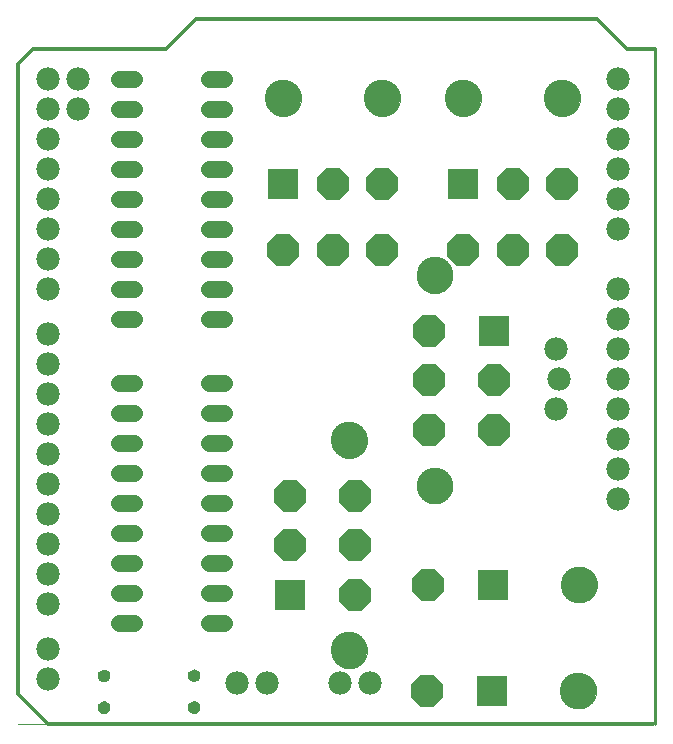
<source format=gts>
G75*
%MOIN*%
%OFA0B0*%
%FSLAX25Y25*%
%IPPOS*%
%LPD*%
%AMOC8*
5,1,8,0,0,1.08239X$1,22.5*
%
%ADD10C,0.00000*%
%ADD11C,0.01000*%
%ADD12C,0.01200*%
%ADD13C,0.07800*%
%ADD14C,0.00500*%
%ADD15C,0.05600*%
%ADD16OC8,0.10400*%
%ADD17R,0.10400X0.10400*%
%ADD18C,0.12211*%
D10*
X0005000Y0005000D02*
X0015000Y0005000D01*
X0208701Y0005000D01*
X0185959Y0016250D02*
X0185961Y0016403D01*
X0185967Y0016557D01*
X0185977Y0016710D01*
X0185991Y0016862D01*
X0186009Y0017015D01*
X0186031Y0017166D01*
X0186056Y0017317D01*
X0186086Y0017468D01*
X0186120Y0017618D01*
X0186157Y0017766D01*
X0186198Y0017914D01*
X0186243Y0018060D01*
X0186292Y0018206D01*
X0186345Y0018350D01*
X0186401Y0018492D01*
X0186461Y0018633D01*
X0186525Y0018773D01*
X0186592Y0018911D01*
X0186663Y0019047D01*
X0186738Y0019181D01*
X0186815Y0019313D01*
X0186897Y0019443D01*
X0186981Y0019571D01*
X0187069Y0019697D01*
X0187160Y0019820D01*
X0187254Y0019941D01*
X0187352Y0020059D01*
X0187452Y0020175D01*
X0187556Y0020288D01*
X0187662Y0020399D01*
X0187771Y0020507D01*
X0187883Y0020612D01*
X0187997Y0020713D01*
X0188115Y0020812D01*
X0188234Y0020908D01*
X0188356Y0021001D01*
X0188481Y0021090D01*
X0188608Y0021177D01*
X0188737Y0021259D01*
X0188868Y0021339D01*
X0189001Y0021415D01*
X0189136Y0021488D01*
X0189273Y0021557D01*
X0189412Y0021622D01*
X0189552Y0021684D01*
X0189694Y0021742D01*
X0189837Y0021797D01*
X0189982Y0021848D01*
X0190128Y0021895D01*
X0190275Y0021938D01*
X0190423Y0021977D01*
X0190572Y0022013D01*
X0190722Y0022044D01*
X0190873Y0022072D01*
X0191024Y0022096D01*
X0191177Y0022116D01*
X0191329Y0022132D01*
X0191482Y0022144D01*
X0191635Y0022152D01*
X0191788Y0022156D01*
X0191942Y0022156D01*
X0192095Y0022152D01*
X0192248Y0022144D01*
X0192401Y0022132D01*
X0192553Y0022116D01*
X0192706Y0022096D01*
X0192857Y0022072D01*
X0193008Y0022044D01*
X0193158Y0022013D01*
X0193307Y0021977D01*
X0193455Y0021938D01*
X0193602Y0021895D01*
X0193748Y0021848D01*
X0193893Y0021797D01*
X0194036Y0021742D01*
X0194178Y0021684D01*
X0194318Y0021622D01*
X0194457Y0021557D01*
X0194594Y0021488D01*
X0194729Y0021415D01*
X0194862Y0021339D01*
X0194993Y0021259D01*
X0195122Y0021177D01*
X0195249Y0021090D01*
X0195374Y0021001D01*
X0195496Y0020908D01*
X0195615Y0020812D01*
X0195733Y0020713D01*
X0195847Y0020612D01*
X0195959Y0020507D01*
X0196068Y0020399D01*
X0196174Y0020288D01*
X0196278Y0020175D01*
X0196378Y0020059D01*
X0196476Y0019941D01*
X0196570Y0019820D01*
X0196661Y0019697D01*
X0196749Y0019571D01*
X0196833Y0019443D01*
X0196915Y0019313D01*
X0196992Y0019181D01*
X0197067Y0019047D01*
X0197138Y0018911D01*
X0197205Y0018773D01*
X0197269Y0018633D01*
X0197329Y0018492D01*
X0197385Y0018350D01*
X0197438Y0018206D01*
X0197487Y0018060D01*
X0197532Y0017914D01*
X0197573Y0017766D01*
X0197610Y0017618D01*
X0197644Y0017468D01*
X0197674Y0017317D01*
X0197699Y0017166D01*
X0197721Y0017015D01*
X0197739Y0016862D01*
X0197753Y0016710D01*
X0197763Y0016557D01*
X0197769Y0016403D01*
X0197771Y0016250D01*
X0197769Y0016097D01*
X0197763Y0015943D01*
X0197753Y0015790D01*
X0197739Y0015638D01*
X0197721Y0015485D01*
X0197699Y0015334D01*
X0197674Y0015183D01*
X0197644Y0015032D01*
X0197610Y0014882D01*
X0197573Y0014734D01*
X0197532Y0014586D01*
X0197487Y0014440D01*
X0197438Y0014294D01*
X0197385Y0014150D01*
X0197329Y0014008D01*
X0197269Y0013867D01*
X0197205Y0013727D01*
X0197138Y0013589D01*
X0197067Y0013453D01*
X0196992Y0013319D01*
X0196915Y0013187D01*
X0196833Y0013057D01*
X0196749Y0012929D01*
X0196661Y0012803D01*
X0196570Y0012680D01*
X0196476Y0012559D01*
X0196378Y0012441D01*
X0196278Y0012325D01*
X0196174Y0012212D01*
X0196068Y0012101D01*
X0195959Y0011993D01*
X0195847Y0011888D01*
X0195733Y0011787D01*
X0195615Y0011688D01*
X0195496Y0011592D01*
X0195374Y0011499D01*
X0195249Y0011410D01*
X0195122Y0011323D01*
X0194993Y0011241D01*
X0194862Y0011161D01*
X0194729Y0011085D01*
X0194594Y0011012D01*
X0194457Y0010943D01*
X0194318Y0010878D01*
X0194178Y0010816D01*
X0194036Y0010758D01*
X0193893Y0010703D01*
X0193748Y0010652D01*
X0193602Y0010605D01*
X0193455Y0010562D01*
X0193307Y0010523D01*
X0193158Y0010487D01*
X0193008Y0010456D01*
X0192857Y0010428D01*
X0192706Y0010404D01*
X0192553Y0010384D01*
X0192401Y0010368D01*
X0192248Y0010356D01*
X0192095Y0010348D01*
X0191942Y0010344D01*
X0191788Y0010344D01*
X0191635Y0010348D01*
X0191482Y0010356D01*
X0191329Y0010368D01*
X0191177Y0010384D01*
X0191024Y0010404D01*
X0190873Y0010428D01*
X0190722Y0010456D01*
X0190572Y0010487D01*
X0190423Y0010523D01*
X0190275Y0010562D01*
X0190128Y0010605D01*
X0189982Y0010652D01*
X0189837Y0010703D01*
X0189694Y0010758D01*
X0189552Y0010816D01*
X0189412Y0010878D01*
X0189273Y0010943D01*
X0189136Y0011012D01*
X0189001Y0011085D01*
X0188868Y0011161D01*
X0188737Y0011241D01*
X0188608Y0011323D01*
X0188481Y0011410D01*
X0188356Y0011499D01*
X0188234Y0011592D01*
X0188115Y0011688D01*
X0187997Y0011787D01*
X0187883Y0011888D01*
X0187771Y0011993D01*
X0187662Y0012101D01*
X0187556Y0012212D01*
X0187452Y0012325D01*
X0187352Y0012441D01*
X0187254Y0012559D01*
X0187160Y0012680D01*
X0187069Y0012803D01*
X0186981Y0012929D01*
X0186897Y0013057D01*
X0186815Y0013187D01*
X0186738Y0013319D01*
X0186663Y0013453D01*
X0186592Y0013589D01*
X0186525Y0013727D01*
X0186461Y0013867D01*
X0186401Y0014008D01*
X0186345Y0014150D01*
X0186292Y0014294D01*
X0186243Y0014440D01*
X0186198Y0014586D01*
X0186157Y0014734D01*
X0186120Y0014882D01*
X0186086Y0015032D01*
X0186056Y0015183D01*
X0186031Y0015334D01*
X0186009Y0015485D01*
X0185991Y0015638D01*
X0185977Y0015790D01*
X0185967Y0015943D01*
X0185961Y0016097D01*
X0185959Y0016250D01*
X0186196Y0051638D02*
X0186198Y0051791D01*
X0186204Y0051945D01*
X0186214Y0052098D01*
X0186228Y0052250D01*
X0186246Y0052403D01*
X0186268Y0052554D01*
X0186293Y0052705D01*
X0186323Y0052856D01*
X0186357Y0053006D01*
X0186394Y0053154D01*
X0186435Y0053302D01*
X0186480Y0053448D01*
X0186529Y0053594D01*
X0186582Y0053738D01*
X0186638Y0053880D01*
X0186698Y0054021D01*
X0186762Y0054161D01*
X0186829Y0054299D01*
X0186900Y0054435D01*
X0186975Y0054569D01*
X0187052Y0054701D01*
X0187134Y0054831D01*
X0187218Y0054959D01*
X0187306Y0055085D01*
X0187397Y0055208D01*
X0187491Y0055329D01*
X0187589Y0055447D01*
X0187689Y0055563D01*
X0187793Y0055676D01*
X0187899Y0055787D01*
X0188008Y0055895D01*
X0188120Y0056000D01*
X0188234Y0056101D01*
X0188352Y0056200D01*
X0188471Y0056296D01*
X0188593Y0056389D01*
X0188718Y0056478D01*
X0188845Y0056565D01*
X0188974Y0056647D01*
X0189105Y0056727D01*
X0189238Y0056803D01*
X0189373Y0056876D01*
X0189510Y0056945D01*
X0189649Y0057010D01*
X0189789Y0057072D01*
X0189931Y0057130D01*
X0190074Y0057185D01*
X0190219Y0057236D01*
X0190365Y0057283D01*
X0190512Y0057326D01*
X0190660Y0057365D01*
X0190809Y0057401D01*
X0190959Y0057432D01*
X0191110Y0057460D01*
X0191261Y0057484D01*
X0191414Y0057504D01*
X0191566Y0057520D01*
X0191719Y0057532D01*
X0191872Y0057540D01*
X0192025Y0057544D01*
X0192179Y0057544D01*
X0192332Y0057540D01*
X0192485Y0057532D01*
X0192638Y0057520D01*
X0192790Y0057504D01*
X0192943Y0057484D01*
X0193094Y0057460D01*
X0193245Y0057432D01*
X0193395Y0057401D01*
X0193544Y0057365D01*
X0193692Y0057326D01*
X0193839Y0057283D01*
X0193985Y0057236D01*
X0194130Y0057185D01*
X0194273Y0057130D01*
X0194415Y0057072D01*
X0194555Y0057010D01*
X0194694Y0056945D01*
X0194831Y0056876D01*
X0194966Y0056803D01*
X0195099Y0056727D01*
X0195230Y0056647D01*
X0195359Y0056565D01*
X0195486Y0056478D01*
X0195611Y0056389D01*
X0195733Y0056296D01*
X0195852Y0056200D01*
X0195970Y0056101D01*
X0196084Y0056000D01*
X0196196Y0055895D01*
X0196305Y0055787D01*
X0196411Y0055676D01*
X0196515Y0055563D01*
X0196615Y0055447D01*
X0196713Y0055329D01*
X0196807Y0055208D01*
X0196898Y0055085D01*
X0196986Y0054959D01*
X0197070Y0054831D01*
X0197152Y0054701D01*
X0197229Y0054569D01*
X0197304Y0054435D01*
X0197375Y0054299D01*
X0197442Y0054161D01*
X0197506Y0054021D01*
X0197566Y0053880D01*
X0197622Y0053738D01*
X0197675Y0053594D01*
X0197724Y0053448D01*
X0197769Y0053302D01*
X0197810Y0053154D01*
X0197847Y0053006D01*
X0197881Y0052856D01*
X0197911Y0052705D01*
X0197936Y0052554D01*
X0197958Y0052403D01*
X0197976Y0052250D01*
X0197990Y0052098D01*
X0198000Y0051945D01*
X0198006Y0051791D01*
X0198008Y0051638D01*
X0198006Y0051485D01*
X0198000Y0051331D01*
X0197990Y0051178D01*
X0197976Y0051026D01*
X0197958Y0050873D01*
X0197936Y0050722D01*
X0197911Y0050571D01*
X0197881Y0050420D01*
X0197847Y0050270D01*
X0197810Y0050122D01*
X0197769Y0049974D01*
X0197724Y0049828D01*
X0197675Y0049682D01*
X0197622Y0049538D01*
X0197566Y0049396D01*
X0197506Y0049255D01*
X0197442Y0049115D01*
X0197375Y0048977D01*
X0197304Y0048841D01*
X0197229Y0048707D01*
X0197152Y0048575D01*
X0197070Y0048445D01*
X0196986Y0048317D01*
X0196898Y0048191D01*
X0196807Y0048068D01*
X0196713Y0047947D01*
X0196615Y0047829D01*
X0196515Y0047713D01*
X0196411Y0047600D01*
X0196305Y0047489D01*
X0196196Y0047381D01*
X0196084Y0047276D01*
X0195970Y0047175D01*
X0195852Y0047076D01*
X0195733Y0046980D01*
X0195611Y0046887D01*
X0195486Y0046798D01*
X0195359Y0046711D01*
X0195230Y0046629D01*
X0195099Y0046549D01*
X0194966Y0046473D01*
X0194831Y0046400D01*
X0194694Y0046331D01*
X0194555Y0046266D01*
X0194415Y0046204D01*
X0194273Y0046146D01*
X0194130Y0046091D01*
X0193985Y0046040D01*
X0193839Y0045993D01*
X0193692Y0045950D01*
X0193544Y0045911D01*
X0193395Y0045875D01*
X0193245Y0045844D01*
X0193094Y0045816D01*
X0192943Y0045792D01*
X0192790Y0045772D01*
X0192638Y0045756D01*
X0192485Y0045744D01*
X0192332Y0045736D01*
X0192179Y0045732D01*
X0192025Y0045732D01*
X0191872Y0045736D01*
X0191719Y0045744D01*
X0191566Y0045756D01*
X0191414Y0045772D01*
X0191261Y0045792D01*
X0191110Y0045816D01*
X0190959Y0045844D01*
X0190809Y0045875D01*
X0190660Y0045911D01*
X0190512Y0045950D01*
X0190365Y0045993D01*
X0190219Y0046040D01*
X0190074Y0046091D01*
X0189931Y0046146D01*
X0189789Y0046204D01*
X0189649Y0046266D01*
X0189510Y0046331D01*
X0189373Y0046400D01*
X0189238Y0046473D01*
X0189105Y0046549D01*
X0188974Y0046629D01*
X0188845Y0046711D01*
X0188718Y0046798D01*
X0188593Y0046887D01*
X0188471Y0046980D01*
X0188352Y0047076D01*
X0188234Y0047175D01*
X0188120Y0047276D01*
X0188008Y0047381D01*
X0187899Y0047489D01*
X0187793Y0047600D01*
X0187689Y0047713D01*
X0187589Y0047829D01*
X0187491Y0047947D01*
X0187397Y0048068D01*
X0187306Y0048191D01*
X0187218Y0048317D01*
X0187134Y0048445D01*
X0187052Y0048575D01*
X0186975Y0048707D01*
X0186900Y0048841D01*
X0186829Y0048977D01*
X0186762Y0049115D01*
X0186698Y0049255D01*
X0186638Y0049396D01*
X0186582Y0049538D01*
X0186529Y0049682D01*
X0186480Y0049828D01*
X0186435Y0049974D01*
X0186394Y0050122D01*
X0186357Y0050270D01*
X0186323Y0050420D01*
X0186293Y0050571D01*
X0186268Y0050722D01*
X0186246Y0050873D01*
X0186228Y0051026D01*
X0186214Y0051178D01*
X0186204Y0051331D01*
X0186198Y0051485D01*
X0186196Y0051638D01*
X0138001Y0084621D02*
X0138003Y0084774D01*
X0138009Y0084928D01*
X0138019Y0085081D01*
X0138033Y0085233D01*
X0138051Y0085386D01*
X0138073Y0085537D01*
X0138098Y0085688D01*
X0138128Y0085839D01*
X0138162Y0085989D01*
X0138199Y0086137D01*
X0138240Y0086285D01*
X0138285Y0086431D01*
X0138334Y0086577D01*
X0138387Y0086721D01*
X0138443Y0086863D01*
X0138503Y0087004D01*
X0138567Y0087144D01*
X0138634Y0087282D01*
X0138705Y0087418D01*
X0138780Y0087552D01*
X0138857Y0087684D01*
X0138939Y0087814D01*
X0139023Y0087942D01*
X0139111Y0088068D01*
X0139202Y0088191D01*
X0139296Y0088312D01*
X0139394Y0088430D01*
X0139494Y0088546D01*
X0139598Y0088659D01*
X0139704Y0088770D01*
X0139813Y0088878D01*
X0139925Y0088983D01*
X0140039Y0089084D01*
X0140157Y0089183D01*
X0140276Y0089279D01*
X0140398Y0089372D01*
X0140523Y0089461D01*
X0140650Y0089548D01*
X0140779Y0089630D01*
X0140910Y0089710D01*
X0141043Y0089786D01*
X0141178Y0089859D01*
X0141315Y0089928D01*
X0141454Y0089993D01*
X0141594Y0090055D01*
X0141736Y0090113D01*
X0141879Y0090168D01*
X0142024Y0090219D01*
X0142170Y0090266D01*
X0142317Y0090309D01*
X0142465Y0090348D01*
X0142614Y0090384D01*
X0142764Y0090415D01*
X0142915Y0090443D01*
X0143066Y0090467D01*
X0143219Y0090487D01*
X0143371Y0090503D01*
X0143524Y0090515D01*
X0143677Y0090523D01*
X0143830Y0090527D01*
X0143984Y0090527D01*
X0144137Y0090523D01*
X0144290Y0090515D01*
X0144443Y0090503D01*
X0144595Y0090487D01*
X0144748Y0090467D01*
X0144899Y0090443D01*
X0145050Y0090415D01*
X0145200Y0090384D01*
X0145349Y0090348D01*
X0145497Y0090309D01*
X0145644Y0090266D01*
X0145790Y0090219D01*
X0145935Y0090168D01*
X0146078Y0090113D01*
X0146220Y0090055D01*
X0146360Y0089993D01*
X0146499Y0089928D01*
X0146636Y0089859D01*
X0146771Y0089786D01*
X0146904Y0089710D01*
X0147035Y0089630D01*
X0147164Y0089548D01*
X0147291Y0089461D01*
X0147416Y0089372D01*
X0147538Y0089279D01*
X0147657Y0089183D01*
X0147775Y0089084D01*
X0147889Y0088983D01*
X0148001Y0088878D01*
X0148110Y0088770D01*
X0148216Y0088659D01*
X0148320Y0088546D01*
X0148420Y0088430D01*
X0148518Y0088312D01*
X0148612Y0088191D01*
X0148703Y0088068D01*
X0148791Y0087942D01*
X0148875Y0087814D01*
X0148957Y0087684D01*
X0149034Y0087552D01*
X0149109Y0087418D01*
X0149180Y0087282D01*
X0149247Y0087144D01*
X0149311Y0087004D01*
X0149371Y0086863D01*
X0149427Y0086721D01*
X0149480Y0086577D01*
X0149529Y0086431D01*
X0149574Y0086285D01*
X0149615Y0086137D01*
X0149652Y0085989D01*
X0149686Y0085839D01*
X0149716Y0085688D01*
X0149741Y0085537D01*
X0149763Y0085386D01*
X0149781Y0085233D01*
X0149795Y0085081D01*
X0149805Y0084928D01*
X0149811Y0084774D01*
X0149813Y0084621D01*
X0149811Y0084468D01*
X0149805Y0084314D01*
X0149795Y0084161D01*
X0149781Y0084009D01*
X0149763Y0083856D01*
X0149741Y0083705D01*
X0149716Y0083554D01*
X0149686Y0083403D01*
X0149652Y0083253D01*
X0149615Y0083105D01*
X0149574Y0082957D01*
X0149529Y0082811D01*
X0149480Y0082665D01*
X0149427Y0082521D01*
X0149371Y0082379D01*
X0149311Y0082238D01*
X0149247Y0082098D01*
X0149180Y0081960D01*
X0149109Y0081824D01*
X0149034Y0081690D01*
X0148957Y0081558D01*
X0148875Y0081428D01*
X0148791Y0081300D01*
X0148703Y0081174D01*
X0148612Y0081051D01*
X0148518Y0080930D01*
X0148420Y0080812D01*
X0148320Y0080696D01*
X0148216Y0080583D01*
X0148110Y0080472D01*
X0148001Y0080364D01*
X0147889Y0080259D01*
X0147775Y0080158D01*
X0147657Y0080059D01*
X0147538Y0079963D01*
X0147416Y0079870D01*
X0147291Y0079781D01*
X0147164Y0079694D01*
X0147035Y0079612D01*
X0146904Y0079532D01*
X0146771Y0079456D01*
X0146636Y0079383D01*
X0146499Y0079314D01*
X0146360Y0079249D01*
X0146220Y0079187D01*
X0146078Y0079129D01*
X0145935Y0079074D01*
X0145790Y0079023D01*
X0145644Y0078976D01*
X0145497Y0078933D01*
X0145349Y0078894D01*
X0145200Y0078858D01*
X0145050Y0078827D01*
X0144899Y0078799D01*
X0144748Y0078775D01*
X0144595Y0078755D01*
X0144443Y0078739D01*
X0144290Y0078727D01*
X0144137Y0078719D01*
X0143984Y0078715D01*
X0143830Y0078715D01*
X0143677Y0078719D01*
X0143524Y0078727D01*
X0143371Y0078739D01*
X0143219Y0078755D01*
X0143066Y0078775D01*
X0142915Y0078799D01*
X0142764Y0078827D01*
X0142614Y0078858D01*
X0142465Y0078894D01*
X0142317Y0078933D01*
X0142170Y0078976D01*
X0142024Y0079023D01*
X0141879Y0079074D01*
X0141736Y0079129D01*
X0141594Y0079187D01*
X0141454Y0079249D01*
X0141315Y0079314D01*
X0141178Y0079383D01*
X0141043Y0079456D01*
X0140910Y0079532D01*
X0140779Y0079612D01*
X0140650Y0079694D01*
X0140523Y0079781D01*
X0140398Y0079870D01*
X0140276Y0079963D01*
X0140157Y0080059D01*
X0140039Y0080158D01*
X0139925Y0080259D01*
X0139813Y0080364D01*
X0139704Y0080472D01*
X0139598Y0080583D01*
X0139494Y0080696D01*
X0139394Y0080812D01*
X0139296Y0080930D01*
X0139202Y0081051D01*
X0139111Y0081174D01*
X0139023Y0081300D01*
X0138939Y0081428D01*
X0138857Y0081558D01*
X0138780Y0081690D01*
X0138705Y0081824D01*
X0138634Y0081960D01*
X0138567Y0082098D01*
X0138503Y0082238D01*
X0138443Y0082379D01*
X0138387Y0082521D01*
X0138334Y0082665D01*
X0138285Y0082811D01*
X0138240Y0082957D01*
X0138199Y0083105D01*
X0138162Y0083253D01*
X0138128Y0083403D01*
X0138098Y0083554D01*
X0138073Y0083705D01*
X0138051Y0083856D01*
X0138033Y0084009D01*
X0138019Y0084161D01*
X0138009Y0084314D01*
X0138003Y0084468D01*
X0138001Y0084621D01*
X0109562Y0099754D02*
X0109564Y0099907D01*
X0109570Y0100061D01*
X0109580Y0100214D01*
X0109594Y0100366D01*
X0109612Y0100519D01*
X0109634Y0100670D01*
X0109659Y0100821D01*
X0109689Y0100972D01*
X0109723Y0101122D01*
X0109760Y0101270D01*
X0109801Y0101418D01*
X0109846Y0101564D01*
X0109895Y0101710D01*
X0109948Y0101854D01*
X0110004Y0101996D01*
X0110064Y0102137D01*
X0110128Y0102277D01*
X0110195Y0102415D01*
X0110266Y0102551D01*
X0110341Y0102685D01*
X0110418Y0102817D01*
X0110500Y0102947D01*
X0110584Y0103075D01*
X0110672Y0103201D01*
X0110763Y0103324D01*
X0110857Y0103445D01*
X0110955Y0103563D01*
X0111055Y0103679D01*
X0111159Y0103792D01*
X0111265Y0103903D01*
X0111374Y0104011D01*
X0111486Y0104116D01*
X0111600Y0104217D01*
X0111718Y0104316D01*
X0111837Y0104412D01*
X0111959Y0104505D01*
X0112084Y0104594D01*
X0112211Y0104681D01*
X0112340Y0104763D01*
X0112471Y0104843D01*
X0112604Y0104919D01*
X0112739Y0104992D01*
X0112876Y0105061D01*
X0113015Y0105126D01*
X0113155Y0105188D01*
X0113297Y0105246D01*
X0113440Y0105301D01*
X0113585Y0105352D01*
X0113731Y0105399D01*
X0113878Y0105442D01*
X0114026Y0105481D01*
X0114175Y0105517D01*
X0114325Y0105548D01*
X0114476Y0105576D01*
X0114627Y0105600D01*
X0114780Y0105620D01*
X0114932Y0105636D01*
X0115085Y0105648D01*
X0115238Y0105656D01*
X0115391Y0105660D01*
X0115545Y0105660D01*
X0115698Y0105656D01*
X0115851Y0105648D01*
X0116004Y0105636D01*
X0116156Y0105620D01*
X0116309Y0105600D01*
X0116460Y0105576D01*
X0116611Y0105548D01*
X0116761Y0105517D01*
X0116910Y0105481D01*
X0117058Y0105442D01*
X0117205Y0105399D01*
X0117351Y0105352D01*
X0117496Y0105301D01*
X0117639Y0105246D01*
X0117781Y0105188D01*
X0117921Y0105126D01*
X0118060Y0105061D01*
X0118197Y0104992D01*
X0118332Y0104919D01*
X0118465Y0104843D01*
X0118596Y0104763D01*
X0118725Y0104681D01*
X0118852Y0104594D01*
X0118977Y0104505D01*
X0119099Y0104412D01*
X0119218Y0104316D01*
X0119336Y0104217D01*
X0119450Y0104116D01*
X0119562Y0104011D01*
X0119671Y0103903D01*
X0119777Y0103792D01*
X0119881Y0103679D01*
X0119981Y0103563D01*
X0120079Y0103445D01*
X0120173Y0103324D01*
X0120264Y0103201D01*
X0120352Y0103075D01*
X0120436Y0102947D01*
X0120518Y0102817D01*
X0120595Y0102685D01*
X0120670Y0102551D01*
X0120741Y0102415D01*
X0120808Y0102277D01*
X0120872Y0102137D01*
X0120932Y0101996D01*
X0120988Y0101854D01*
X0121041Y0101710D01*
X0121090Y0101564D01*
X0121135Y0101418D01*
X0121176Y0101270D01*
X0121213Y0101122D01*
X0121247Y0100972D01*
X0121277Y0100821D01*
X0121302Y0100670D01*
X0121324Y0100519D01*
X0121342Y0100366D01*
X0121356Y0100214D01*
X0121366Y0100061D01*
X0121372Y0099907D01*
X0121374Y0099754D01*
X0121372Y0099601D01*
X0121366Y0099447D01*
X0121356Y0099294D01*
X0121342Y0099142D01*
X0121324Y0098989D01*
X0121302Y0098838D01*
X0121277Y0098687D01*
X0121247Y0098536D01*
X0121213Y0098386D01*
X0121176Y0098238D01*
X0121135Y0098090D01*
X0121090Y0097944D01*
X0121041Y0097798D01*
X0120988Y0097654D01*
X0120932Y0097512D01*
X0120872Y0097371D01*
X0120808Y0097231D01*
X0120741Y0097093D01*
X0120670Y0096957D01*
X0120595Y0096823D01*
X0120518Y0096691D01*
X0120436Y0096561D01*
X0120352Y0096433D01*
X0120264Y0096307D01*
X0120173Y0096184D01*
X0120079Y0096063D01*
X0119981Y0095945D01*
X0119881Y0095829D01*
X0119777Y0095716D01*
X0119671Y0095605D01*
X0119562Y0095497D01*
X0119450Y0095392D01*
X0119336Y0095291D01*
X0119218Y0095192D01*
X0119099Y0095096D01*
X0118977Y0095003D01*
X0118852Y0094914D01*
X0118725Y0094827D01*
X0118596Y0094745D01*
X0118465Y0094665D01*
X0118332Y0094589D01*
X0118197Y0094516D01*
X0118060Y0094447D01*
X0117921Y0094382D01*
X0117781Y0094320D01*
X0117639Y0094262D01*
X0117496Y0094207D01*
X0117351Y0094156D01*
X0117205Y0094109D01*
X0117058Y0094066D01*
X0116910Y0094027D01*
X0116761Y0093991D01*
X0116611Y0093960D01*
X0116460Y0093932D01*
X0116309Y0093908D01*
X0116156Y0093888D01*
X0116004Y0093872D01*
X0115851Y0093860D01*
X0115698Y0093852D01*
X0115545Y0093848D01*
X0115391Y0093848D01*
X0115238Y0093852D01*
X0115085Y0093860D01*
X0114932Y0093872D01*
X0114780Y0093888D01*
X0114627Y0093908D01*
X0114476Y0093932D01*
X0114325Y0093960D01*
X0114175Y0093991D01*
X0114026Y0094027D01*
X0113878Y0094066D01*
X0113731Y0094109D01*
X0113585Y0094156D01*
X0113440Y0094207D01*
X0113297Y0094262D01*
X0113155Y0094320D01*
X0113015Y0094382D01*
X0112876Y0094447D01*
X0112739Y0094516D01*
X0112604Y0094589D01*
X0112471Y0094665D01*
X0112340Y0094745D01*
X0112211Y0094827D01*
X0112084Y0094914D01*
X0111959Y0095003D01*
X0111837Y0095096D01*
X0111718Y0095192D01*
X0111600Y0095291D01*
X0111486Y0095392D01*
X0111374Y0095497D01*
X0111265Y0095605D01*
X0111159Y0095716D01*
X0111055Y0095829D01*
X0110955Y0095945D01*
X0110857Y0096063D01*
X0110763Y0096184D01*
X0110672Y0096307D01*
X0110584Y0096433D01*
X0110500Y0096561D01*
X0110418Y0096691D01*
X0110341Y0096823D01*
X0110266Y0096957D01*
X0110195Y0097093D01*
X0110128Y0097231D01*
X0110064Y0097371D01*
X0110004Y0097512D01*
X0109948Y0097654D01*
X0109895Y0097798D01*
X0109846Y0097944D01*
X0109801Y0098090D01*
X0109760Y0098238D01*
X0109723Y0098386D01*
X0109689Y0098536D01*
X0109659Y0098687D01*
X0109634Y0098838D01*
X0109612Y0098989D01*
X0109594Y0099142D01*
X0109580Y0099294D01*
X0109570Y0099447D01*
X0109564Y0099601D01*
X0109562Y0099754D01*
X0138001Y0154700D02*
X0138003Y0154853D01*
X0138009Y0155007D01*
X0138019Y0155160D01*
X0138033Y0155312D01*
X0138051Y0155465D01*
X0138073Y0155616D01*
X0138098Y0155767D01*
X0138128Y0155918D01*
X0138162Y0156068D01*
X0138199Y0156216D01*
X0138240Y0156364D01*
X0138285Y0156510D01*
X0138334Y0156656D01*
X0138387Y0156800D01*
X0138443Y0156942D01*
X0138503Y0157083D01*
X0138567Y0157223D01*
X0138634Y0157361D01*
X0138705Y0157497D01*
X0138780Y0157631D01*
X0138857Y0157763D01*
X0138939Y0157893D01*
X0139023Y0158021D01*
X0139111Y0158147D01*
X0139202Y0158270D01*
X0139296Y0158391D01*
X0139394Y0158509D01*
X0139494Y0158625D01*
X0139598Y0158738D01*
X0139704Y0158849D01*
X0139813Y0158957D01*
X0139925Y0159062D01*
X0140039Y0159163D01*
X0140157Y0159262D01*
X0140276Y0159358D01*
X0140398Y0159451D01*
X0140523Y0159540D01*
X0140650Y0159627D01*
X0140779Y0159709D01*
X0140910Y0159789D01*
X0141043Y0159865D01*
X0141178Y0159938D01*
X0141315Y0160007D01*
X0141454Y0160072D01*
X0141594Y0160134D01*
X0141736Y0160192D01*
X0141879Y0160247D01*
X0142024Y0160298D01*
X0142170Y0160345D01*
X0142317Y0160388D01*
X0142465Y0160427D01*
X0142614Y0160463D01*
X0142764Y0160494D01*
X0142915Y0160522D01*
X0143066Y0160546D01*
X0143219Y0160566D01*
X0143371Y0160582D01*
X0143524Y0160594D01*
X0143677Y0160602D01*
X0143830Y0160606D01*
X0143984Y0160606D01*
X0144137Y0160602D01*
X0144290Y0160594D01*
X0144443Y0160582D01*
X0144595Y0160566D01*
X0144748Y0160546D01*
X0144899Y0160522D01*
X0145050Y0160494D01*
X0145200Y0160463D01*
X0145349Y0160427D01*
X0145497Y0160388D01*
X0145644Y0160345D01*
X0145790Y0160298D01*
X0145935Y0160247D01*
X0146078Y0160192D01*
X0146220Y0160134D01*
X0146360Y0160072D01*
X0146499Y0160007D01*
X0146636Y0159938D01*
X0146771Y0159865D01*
X0146904Y0159789D01*
X0147035Y0159709D01*
X0147164Y0159627D01*
X0147291Y0159540D01*
X0147416Y0159451D01*
X0147538Y0159358D01*
X0147657Y0159262D01*
X0147775Y0159163D01*
X0147889Y0159062D01*
X0148001Y0158957D01*
X0148110Y0158849D01*
X0148216Y0158738D01*
X0148320Y0158625D01*
X0148420Y0158509D01*
X0148518Y0158391D01*
X0148612Y0158270D01*
X0148703Y0158147D01*
X0148791Y0158021D01*
X0148875Y0157893D01*
X0148957Y0157763D01*
X0149034Y0157631D01*
X0149109Y0157497D01*
X0149180Y0157361D01*
X0149247Y0157223D01*
X0149311Y0157083D01*
X0149371Y0156942D01*
X0149427Y0156800D01*
X0149480Y0156656D01*
X0149529Y0156510D01*
X0149574Y0156364D01*
X0149615Y0156216D01*
X0149652Y0156068D01*
X0149686Y0155918D01*
X0149716Y0155767D01*
X0149741Y0155616D01*
X0149763Y0155465D01*
X0149781Y0155312D01*
X0149795Y0155160D01*
X0149805Y0155007D01*
X0149811Y0154853D01*
X0149813Y0154700D01*
X0149811Y0154547D01*
X0149805Y0154393D01*
X0149795Y0154240D01*
X0149781Y0154088D01*
X0149763Y0153935D01*
X0149741Y0153784D01*
X0149716Y0153633D01*
X0149686Y0153482D01*
X0149652Y0153332D01*
X0149615Y0153184D01*
X0149574Y0153036D01*
X0149529Y0152890D01*
X0149480Y0152744D01*
X0149427Y0152600D01*
X0149371Y0152458D01*
X0149311Y0152317D01*
X0149247Y0152177D01*
X0149180Y0152039D01*
X0149109Y0151903D01*
X0149034Y0151769D01*
X0148957Y0151637D01*
X0148875Y0151507D01*
X0148791Y0151379D01*
X0148703Y0151253D01*
X0148612Y0151130D01*
X0148518Y0151009D01*
X0148420Y0150891D01*
X0148320Y0150775D01*
X0148216Y0150662D01*
X0148110Y0150551D01*
X0148001Y0150443D01*
X0147889Y0150338D01*
X0147775Y0150237D01*
X0147657Y0150138D01*
X0147538Y0150042D01*
X0147416Y0149949D01*
X0147291Y0149860D01*
X0147164Y0149773D01*
X0147035Y0149691D01*
X0146904Y0149611D01*
X0146771Y0149535D01*
X0146636Y0149462D01*
X0146499Y0149393D01*
X0146360Y0149328D01*
X0146220Y0149266D01*
X0146078Y0149208D01*
X0145935Y0149153D01*
X0145790Y0149102D01*
X0145644Y0149055D01*
X0145497Y0149012D01*
X0145349Y0148973D01*
X0145200Y0148937D01*
X0145050Y0148906D01*
X0144899Y0148878D01*
X0144748Y0148854D01*
X0144595Y0148834D01*
X0144443Y0148818D01*
X0144290Y0148806D01*
X0144137Y0148798D01*
X0143984Y0148794D01*
X0143830Y0148794D01*
X0143677Y0148798D01*
X0143524Y0148806D01*
X0143371Y0148818D01*
X0143219Y0148834D01*
X0143066Y0148854D01*
X0142915Y0148878D01*
X0142764Y0148906D01*
X0142614Y0148937D01*
X0142465Y0148973D01*
X0142317Y0149012D01*
X0142170Y0149055D01*
X0142024Y0149102D01*
X0141879Y0149153D01*
X0141736Y0149208D01*
X0141594Y0149266D01*
X0141454Y0149328D01*
X0141315Y0149393D01*
X0141178Y0149462D01*
X0141043Y0149535D01*
X0140910Y0149611D01*
X0140779Y0149691D01*
X0140650Y0149773D01*
X0140523Y0149860D01*
X0140398Y0149949D01*
X0140276Y0150042D01*
X0140157Y0150138D01*
X0140039Y0150237D01*
X0139925Y0150338D01*
X0139813Y0150443D01*
X0139704Y0150551D01*
X0139598Y0150662D01*
X0139494Y0150775D01*
X0139394Y0150891D01*
X0139296Y0151009D01*
X0139202Y0151130D01*
X0139111Y0151253D01*
X0139023Y0151379D01*
X0138939Y0151507D01*
X0138857Y0151637D01*
X0138780Y0151769D01*
X0138705Y0151903D01*
X0138634Y0152039D01*
X0138567Y0152177D01*
X0138503Y0152317D01*
X0138443Y0152458D01*
X0138387Y0152600D01*
X0138334Y0152744D01*
X0138285Y0152890D01*
X0138240Y0153036D01*
X0138199Y0153184D01*
X0138162Y0153332D01*
X0138128Y0153482D01*
X0138098Y0153633D01*
X0138073Y0153784D01*
X0138051Y0153935D01*
X0138033Y0154088D01*
X0138019Y0154240D01*
X0138009Y0154393D01*
X0138003Y0154547D01*
X0138001Y0154700D01*
X0120594Y0213740D02*
X0120596Y0213893D01*
X0120602Y0214047D01*
X0120612Y0214200D01*
X0120626Y0214352D01*
X0120644Y0214505D01*
X0120666Y0214656D01*
X0120691Y0214807D01*
X0120721Y0214958D01*
X0120755Y0215108D01*
X0120792Y0215256D01*
X0120833Y0215404D01*
X0120878Y0215550D01*
X0120927Y0215696D01*
X0120980Y0215840D01*
X0121036Y0215982D01*
X0121096Y0216123D01*
X0121160Y0216263D01*
X0121227Y0216401D01*
X0121298Y0216537D01*
X0121373Y0216671D01*
X0121450Y0216803D01*
X0121532Y0216933D01*
X0121616Y0217061D01*
X0121704Y0217187D01*
X0121795Y0217310D01*
X0121889Y0217431D01*
X0121987Y0217549D01*
X0122087Y0217665D01*
X0122191Y0217778D01*
X0122297Y0217889D01*
X0122406Y0217997D01*
X0122518Y0218102D01*
X0122632Y0218203D01*
X0122750Y0218302D01*
X0122869Y0218398D01*
X0122991Y0218491D01*
X0123116Y0218580D01*
X0123243Y0218667D01*
X0123372Y0218749D01*
X0123503Y0218829D01*
X0123636Y0218905D01*
X0123771Y0218978D01*
X0123908Y0219047D01*
X0124047Y0219112D01*
X0124187Y0219174D01*
X0124329Y0219232D01*
X0124472Y0219287D01*
X0124617Y0219338D01*
X0124763Y0219385D01*
X0124910Y0219428D01*
X0125058Y0219467D01*
X0125207Y0219503D01*
X0125357Y0219534D01*
X0125508Y0219562D01*
X0125659Y0219586D01*
X0125812Y0219606D01*
X0125964Y0219622D01*
X0126117Y0219634D01*
X0126270Y0219642D01*
X0126423Y0219646D01*
X0126577Y0219646D01*
X0126730Y0219642D01*
X0126883Y0219634D01*
X0127036Y0219622D01*
X0127188Y0219606D01*
X0127341Y0219586D01*
X0127492Y0219562D01*
X0127643Y0219534D01*
X0127793Y0219503D01*
X0127942Y0219467D01*
X0128090Y0219428D01*
X0128237Y0219385D01*
X0128383Y0219338D01*
X0128528Y0219287D01*
X0128671Y0219232D01*
X0128813Y0219174D01*
X0128953Y0219112D01*
X0129092Y0219047D01*
X0129229Y0218978D01*
X0129364Y0218905D01*
X0129497Y0218829D01*
X0129628Y0218749D01*
X0129757Y0218667D01*
X0129884Y0218580D01*
X0130009Y0218491D01*
X0130131Y0218398D01*
X0130250Y0218302D01*
X0130368Y0218203D01*
X0130482Y0218102D01*
X0130594Y0217997D01*
X0130703Y0217889D01*
X0130809Y0217778D01*
X0130913Y0217665D01*
X0131013Y0217549D01*
X0131111Y0217431D01*
X0131205Y0217310D01*
X0131296Y0217187D01*
X0131384Y0217061D01*
X0131468Y0216933D01*
X0131550Y0216803D01*
X0131627Y0216671D01*
X0131702Y0216537D01*
X0131773Y0216401D01*
X0131840Y0216263D01*
X0131904Y0216123D01*
X0131964Y0215982D01*
X0132020Y0215840D01*
X0132073Y0215696D01*
X0132122Y0215550D01*
X0132167Y0215404D01*
X0132208Y0215256D01*
X0132245Y0215108D01*
X0132279Y0214958D01*
X0132309Y0214807D01*
X0132334Y0214656D01*
X0132356Y0214505D01*
X0132374Y0214352D01*
X0132388Y0214200D01*
X0132398Y0214047D01*
X0132404Y0213893D01*
X0132406Y0213740D01*
X0132404Y0213587D01*
X0132398Y0213433D01*
X0132388Y0213280D01*
X0132374Y0213128D01*
X0132356Y0212975D01*
X0132334Y0212824D01*
X0132309Y0212673D01*
X0132279Y0212522D01*
X0132245Y0212372D01*
X0132208Y0212224D01*
X0132167Y0212076D01*
X0132122Y0211930D01*
X0132073Y0211784D01*
X0132020Y0211640D01*
X0131964Y0211498D01*
X0131904Y0211357D01*
X0131840Y0211217D01*
X0131773Y0211079D01*
X0131702Y0210943D01*
X0131627Y0210809D01*
X0131550Y0210677D01*
X0131468Y0210547D01*
X0131384Y0210419D01*
X0131296Y0210293D01*
X0131205Y0210170D01*
X0131111Y0210049D01*
X0131013Y0209931D01*
X0130913Y0209815D01*
X0130809Y0209702D01*
X0130703Y0209591D01*
X0130594Y0209483D01*
X0130482Y0209378D01*
X0130368Y0209277D01*
X0130250Y0209178D01*
X0130131Y0209082D01*
X0130009Y0208989D01*
X0129884Y0208900D01*
X0129757Y0208813D01*
X0129628Y0208731D01*
X0129497Y0208651D01*
X0129364Y0208575D01*
X0129229Y0208502D01*
X0129092Y0208433D01*
X0128953Y0208368D01*
X0128813Y0208306D01*
X0128671Y0208248D01*
X0128528Y0208193D01*
X0128383Y0208142D01*
X0128237Y0208095D01*
X0128090Y0208052D01*
X0127942Y0208013D01*
X0127793Y0207977D01*
X0127643Y0207946D01*
X0127492Y0207918D01*
X0127341Y0207894D01*
X0127188Y0207874D01*
X0127036Y0207858D01*
X0126883Y0207846D01*
X0126730Y0207838D01*
X0126577Y0207834D01*
X0126423Y0207834D01*
X0126270Y0207838D01*
X0126117Y0207846D01*
X0125964Y0207858D01*
X0125812Y0207874D01*
X0125659Y0207894D01*
X0125508Y0207918D01*
X0125357Y0207946D01*
X0125207Y0207977D01*
X0125058Y0208013D01*
X0124910Y0208052D01*
X0124763Y0208095D01*
X0124617Y0208142D01*
X0124472Y0208193D01*
X0124329Y0208248D01*
X0124187Y0208306D01*
X0124047Y0208368D01*
X0123908Y0208433D01*
X0123771Y0208502D01*
X0123636Y0208575D01*
X0123503Y0208651D01*
X0123372Y0208731D01*
X0123243Y0208813D01*
X0123116Y0208900D01*
X0122991Y0208989D01*
X0122869Y0209082D01*
X0122750Y0209178D01*
X0122632Y0209277D01*
X0122518Y0209378D01*
X0122406Y0209483D01*
X0122297Y0209591D01*
X0122191Y0209702D01*
X0122087Y0209815D01*
X0121987Y0209931D01*
X0121889Y0210049D01*
X0121795Y0210170D01*
X0121704Y0210293D01*
X0121616Y0210419D01*
X0121532Y0210547D01*
X0121450Y0210677D01*
X0121373Y0210809D01*
X0121298Y0210943D01*
X0121227Y0211079D01*
X0121160Y0211217D01*
X0121096Y0211357D01*
X0121036Y0211498D01*
X0120980Y0211640D01*
X0120927Y0211784D01*
X0120878Y0211930D01*
X0120833Y0212076D01*
X0120792Y0212224D01*
X0120755Y0212372D01*
X0120721Y0212522D01*
X0120691Y0212673D01*
X0120666Y0212824D01*
X0120644Y0212975D01*
X0120626Y0213128D01*
X0120612Y0213280D01*
X0120602Y0213433D01*
X0120596Y0213587D01*
X0120594Y0213740D01*
X0087594Y0213740D02*
X0087596Y0213893D01*
X0087602Y0214047D01*
X0087612Y0214200D01*
X0087626Y0214352D01*
X0087644Y0214505D01*
X0087666Y0214656D01*
X0087691Y0214807D01*
X0087721Y0214958D01*
X0087755Y0215108D01*
X0087792Y0215256D01*
X0087833Y0215404D01*
X0087878Y0215550D01*
X0087927Y0215696D01*
X0087980Y0215840D01*
X0088036Y0215982D01*
X0088096Y0216123D01*
X0088160Y0216263D01*
X0088227Y0216401D01*
X0088298Y0216537D01*
X0088373Y0216671D01*
X0088450Y0216803D01*
X0088532Y0216933D01*
X0088616Y0217061D01*
X0088704Y0217187D01*
X0088795Y0217310D01*
X0088889Y0217431D01*
X0088987Y0217549D01*
X0089087Y0217665D01*
X0089191Y0217778D01*
X0089297Y0217889D01*
X0089406Y0217997D01*
X0089518Y0218102D01*
X0089632Y0218203D01*
X0089750Y0218302D01*
X0089869Y0218398D01*
X0089991Y0218491D01*
X0090116Y0218580D01*
X0090243Y0218667D01*
X0090372Y0218749D01*
X0090503Y0218829D01*
X0090636Y0218905D01*
X0090771Y0218978D01*
X0090908Y0219047D01*
X0091047Y0219112D01*
X0091187Y0219174D01*
X0091329Y0219232D01*
X0091472Y0219287D01*
X0091617Y0219338D01*
X0091763Y0219385D01*
X0091910Y0219428D01*
X0092058Y0219467D01*
X0092207Y0219503D01*
X0092357Y0219534D01*
X0092508Y0219562D01*
X0092659Y0219586D01*
X0092812Y0219606D01*
X0092964Y0219622D01*
X0093117Y0219634D01*
X0093270Y0219642D01*
X0093423Y0219646D01*
X0093577Y0219646D01*
X0093730Y0219642D01*
X0093883Y0219634D01*
X0094036Y0219622D01*
X0094188Y0219606D01*
X0094341Y0219586D01*
X0094492Y0219562D01*
X0094643Y0219534D01*
X0094793Y0219503D01*
X0094942Y0219467D01*
X0095090Y0219428D01*
X0095237Y0219385D01*
X0095383Y0219338D01*
X0095528Y0219287D01*
X0095671Y0219232D01*
X0095813Y0219174D01*
X0095953Y0219112D01*
X0096092Y0219047D01*
X0096229Y0218978D01*
X0096364Y0218905D01*
X0096497Y0218829D01*
X0096628Y0218749D01*
X0096757Y0218667D01*
X0096884Y0218580D01*
X0097009Y0218491D01*
X0097131Y0218398D01*
X0097250Y0218302D01*
X0097368Y0218203D01*
X0097482Y0218102D01*
X0097594Y0217997D01*
X0097703Y0217889D01*
X0097809Y0217778D01*
X0097913Y0217665D01*
X0098013Y0217549D01*
X0098111Y0217431D01*
X0098205Y0217310D01*
X0098296Y0217187D01*
X0098384Y0217061D01*
X0098468Y0216933D01*
X0098550Y0216803D01*
X0098627Y0216671D01*
X0098702Y0216537D01*
X0098773Y0216401D01*
X0098840Y0216263D01*
X0098904Y0216123D01*
X0098964Y0215982D01*
X0099020Y0215840D01*
X0099073Y0215696D01*
X0099122Y0215550D01*
X0099167Y0215404D01*
X0099208Y0215256D01*
X0099245Y0215108D01*
X0099279Y0214958D01*
X0099309Y0214807D01*
X0099334Y0214656D01*
X0099356Y0214505D01*
X0099374Y0214352D01*
X0099388Y0214200D01*
X0099398Y0214047D01*
X0099404Y0213893D01*
X0099406Y0213740D01*
X0099404Y0213587D01*
X0099398Y0213433D01*
X0099388Y0213280D01*
X0099374Y0213128D01*
X0099356Y0212975D01*
X0099334Y0212824D01*
X0099309Y0212673D01*
X0099279Y0212522D01*
X0099245Y0212372D01*
X0099208Y0212224D01*
X0099167Y0212076D01*
X0099122Y0211930D01*
X0099073Y0211784D01*
X0099020Y0211640D01*
X0098964Y0211498D01*
X0098904Y0211357D01*
X0098840Y0211217D01*
X0098773Y0211079D01*
X0098702Y0210943D01*
X0098627Y0210809D01*
X0098550Y0210677D01*
X0098468Y0210547D01*
X0098384Y0210419D01*
X0098296Y0210293D01*
X0098205Y0210170D01*
X0098111Y0210049D01*
X0098013Y0209931D01*
X0097913Y0209815D01*
X0097809Y0209702D01*
X0097703Y0209591D01*
X0097594Y0209483D01*
X0097482Y0209378D01*
X0097368Y0209277D01*
X0097250Y0209178D01*
X0097131Y0209082D01*
X0097009Y0208989D01*
X0096884Y0208900D01*
X0096757Y0208813D01*
X0096628Y0208731D01*
X0096497Y0208651D01*
X0096364Y0208575D01*
X0096229Y0208502D01*
X0096092Y0208433D01*
X0095953Y0208368D01*
X0095813Y0208306D01*
X0095671Y0208248D01*
X0095528Y0208193D01*
X0095383Y0208142D01*
X0095237Y0208095D01*
X0095090Y0208052D01*
X0094942Y0208013D01*
X0094793Y0207977D01*
X0094643Y0207946D01*
X0094492Y0207918D01*
X0094341Y0207894D01*
X0094188Y0207874D01*
X0094036Y0207858D01*
X0093883Y0207846D01*
X0093730Y0207838D01*
X0093577Y0207834D01*
X0093423Y0207834D01*
X0093270Y0207838D01*
X0093117Y0207846D01*
X0092964Y0207858D01*
X0092812Y0207874D01*
X0092659Y0207894D01*
X0092508Y0207918D01*
X0092357Y0207946D01*
X0092207Y0207977D01*
X0092058Y0208013D01*
X0091910Y0208052D01*
X0091763Y0208095D01*
X0091617Y0208142D01*
X0091472Y0208193D01*
X0091329Y0208248D01*
X0091187Y0208306D01*
X0091047Y0208368D01*
X0090908Y0208433D01*
X0090771Y0208502D01*
X0090636Y0208575D01*
X0090503Y0208651D01*
X0090372Y0208731D01*
X0090243Y0208813D01*
X0090116Y0208900D01*
X0089991Y0208989D01*
X0089869Y0209082D01*
X0089750Y0209178D01*
X0089632Y0209277D01*
X0089518Y0209378D01*
X0089406Y0209483D01*
X0089297Y0209591D01*
X0089191Y0209702D01*
X0089087Y0209815D01*
X0088987Y0209931D01*
X0088889Y0210049D01*
X0088795Y0210170D01*
X0088704Y0210293D01*
X0088616Y0210419D01*
X0088532Y0210547D01*
X0088450Y0210677D01*
X0088373Y0210809D01*
X0088298Y0210943D01*
X0088227Y0211079D01*
X0088160Y0211217D01*
X0088096Y0211357D01*
X0088036Y0211498D01*
X0087980Y0211640D01*
X0087927Y0211784D01*
X0087878Y0211930D01*
X0087833Y0212076D01*
X0087792Y0212224D01*
X0087755Y0212372D01*
X0087721Y0212522D01*
X0087691Y0212673D01*
X0087666Y0212824D01*
X0087644Y0212975D01*
X0087626Y0213128D01*
X0087612Y0213280D01*
X0087602Y0213433D01*
X0087596Y0213587D01*
X0087594Y0213740D01*
X0147594Y0213740D02*
X0147596Y0213893D01*
X0147602Y0214047D01*
X0147612Y0214200D01*
X0147626Y0214352D01*
X0147644Y0214505D01*
X0147666Y0214656D01*
X0147691Y0214807D01*
X0147721Y0214958D01*
X0147755Y0215108D01*
X0147792Y0215256D01*
X0147833Y0215404D01*
X0147878Y0215550D01*
X0147927Y0215696D01*
X0147980Y0215840D01*
X0148036Y0215982D01*
X0148096Y0216123D01*
X0148160Y0216263D01*
X0148227Y0216401D01*
X0148298Y0216537D01*
X0148373Y0216671D01*
X0148450Y0216803D01*
X0148532Y0216933D01*
X0148616Y0217061D01*
X0148704Y0217187D01*
X0148795Y0217310D01*
X0148889Y0217431D01*
X0148987Y0217549D01*
X0149087Y0217665D01*
X0149191Y0217778D01*
X0149297Y0217889D01*
X0149406Y0217997D01*
X0149518Y0218102D01*
X0149632Y0218203D01*
X0149750Y0218302D01*
X0149869Y0218398D01*
X0149991Y0218491D01*
X0150116Y0218580D01*
X0150243Y0218667D01*
X0150372Y0218749D01*
X0150503Y0218829D01*
X0150636Y0218905D01*
X0150771Y0218978D01*
X0150908Y0219047D01*
X0151047Y0219112D01*
X0151187Y0219174D01*
X0151329Y0219232D01*
X0151472Y0219287D01*
X0151617Y0219338D01*
X0151763Y0219385D01*
X0151910Y0219428D01*
X0152058Y0219467D01*
X0152207Y0219503D01*
X0152357Y0219534D01*
X0152508Y0219562D01*
X0152659Y0219586D01*
X0152812Y0219606D01*
X0152964Y0219622D01*
X0153117Y0219634D01*
X0153270Y0219642D01*
X0153423Y0219646D01*
X0153577Y0219646D01*
X0153730Y0219642D01*
X0153883Y0219634D01*
X0154036Y0219622D01*
X0154188Y0219606D01*
X0154341Y0219586D01*
X0154492Y0219562D01*
X0154643Y0219534D01*
X0154793Y0219503D01*
X0154942Y0219467D01*
X0155090Y0219428D01*
X0155237Y0219385D01*
X0155383Y0219338D01*
X0155528Y0219287D01*
X0155671Y0219232D01*
X0155813Y0219174D01*
X0155953Y0219112D01*
X0156092Y0219047D01*
X0156229Y0218978D01*
X0156364Y0218905D01*
X0156497Y0218829D01*
X0156628Y0218749D01*
X0156757Y0218667D01*
X0156884Y0218580D01*
X0157009Y0218491D01*
X0157131Y0218398D01*
X0157250Y0218302D01*
X0157368Y0218203D01*
X0157482Y0218102D01*
X0157594Y0217997D01*
X0157703Y0217889D01*
X0157809Y0217778D01*
X0157913Y0217665D01*
X0158013Y0217549D01*
X0158111Y0217431D01*
X0158205Y0217310D01*
X0158296Y0217187D01*
X0158384Y0217061D01*
X0158468Y0216933D01*
X0158550Y0216803D01*
X0158627Y0216671D01*
X0158702Y0216537D01*
X0158773Y0216401D01*
X0158840Y0216263D01*
X0158904Y0216123D01*
X0158964Y0215982D01*
X0159020Y0215840D01*
X0159073Y0215696D01*
X0159122Y0215550D01*
X0159167Y0215404D01*
X0159208Y0215256D01*
X0159245Y0215108D01*
X0159279Y0214958D01*
X0159309Y0214807D01*
X0159334Y0214656D01*
X0159356Y0214505D01*
X0159374Y0214352D01*
X0159388Y0214200D01*
X0159398Y0214047D01*
X0159404Y0213893D01*
X0159406Y0213740D01*
X0159404Y0213587D01*
X0159398Y0213433D01*
X0159388Y0213280D01*
X0159374Y0213128D01*
X0159356Y0212975D01*
X0159334Y0212824D01*
X0159309Y0212673D01*
X0159279Y0212522D01*
X0159245Y0212372D01*
X0159208Y0212224D01*
X0159167Y0212076D01*
X0159122Y0211930D01*
X0159073Y0211784D01*
X0159020Y0211640D01*
X0158964Y0211498D01*
X0158904Y0211357D01*
X0158840Y0211217D01*
X0158773Y0211079D01*
X0158702Y0210943D01*
X0158627Y0210809D01*
X0158550Y0210677D01*
X0158468Y0210547D01*
X0158384Y0210419D01*
X0158296Y0210293D01*
X0158205Y0210170D01*
X0158111Y0210049D01*
X0158013Y0209931D01*
X0157913Y0209815D01*
X0157809Y0209702D01*
X0157703Y0209591D01*
X0157594Y0209483D01*
X0157482Y0209378D01*
X0157368Y0209277D01*
X0157250Y0209178D01*
X0157131Y0209082D01*
X0157009Y0208989D01*
X0156884Y0208900D01*
X0156757Y0208813D01*
X0156628Y0208731D01*
X0156497Y0208651D01*
X0156364Y0208575D01*
X0156229Y0208502D01*
X0156092Y0208433D01*
X0155953Y0208368D01*
X0155813Y0208306D01*
X0155671Y0208248D01*
X0155528Y0208193D01*
X0155383Y0208142D01*
X0155237Y0208095D01*
X0155090Y0208052D01*
X0154942Y0208013D01*
X0154793Y0207977D01*
X0154643Y0207946D01*
X0154492Y0207918D01*
X0154341Y0207894D01*
X0154188Y0207874D01*
X0154036Y0207858D01*
X0153883Y0207846D01*
X0153730Y0207838D01*
X0153577Y0207834D01*
X0153423Y0207834D01*
X0153270Y0207838D01*
X0153117Y0207846D01*
X0152964Y0207858D01*
X0152812Y0207874D01*
X0152659Y0207894D01*
X0152508Y0207918D01*
X0152357Y0207946D01*
X0152207Y0207977D01*
X0152058Y0208013D01*
X0151910Y0208052D01*
X0151763Y0208095D01*
X0151617Y0208142D01*
X0151472Y0208193D01*
X0151329Y0208248D01*
X0151187Y0208306D01*
X0151047Y0208368D01*
X0150908Y0208433D01*
X0150771Y0208502D01*
X0150636Y0208575D01*
X0150503Y0208651D01*
X0150372Y0208731D01*
X0150243Y0208813D01*
X0150116Y0208900D01*
X0149991Y0208989D01*
X0149869Y0209082D01*
X0149750Y0209178D01*
X0149632Y0209277D01*
X0149518Y0209378D01*
X0149406Y0209483D01*
X0149297Y0209591D01*
X0149191Y0209702D01*
X0149087Y0209815D01*
X0148987Y0209931D01*
X0148889Y0210049D01*
X0148795Y0210170D01*
X0148704Y0210293D01*
X0148616Y0210419D01*
X0148532Y0210547D01*
X0148450Y0210677D01*
X0148373Y0210809D01*
X0148298Y0210943D01*
X0148227Y0211079D01*
X0148160Y0211217D01*
X0148096Y0211357D01*
X0148036Y0211498D01*
X0147980Y0211640D01*
X0147927Y0211784D01*
X0147878Y0211930D01*
X0147833Y0212076D01*
X0147792Y0212224D01*
X0147755Y0212372D01*
X0147721Y0212522D01*
X0147691Y0212673D01*
X0147666Y0212824D01*
X0147644Y0212975D01*
X0147626Y0213128D01*
X0147612Y0213280D01*
X0147602Y0213433D01*
X0147596Y0213587D01*
X0147594Y0213740D01*
X0180594Y0213740D02*
X0180596Y0213893D01*
X0180602Y0214047D01*
X0180612Y0214200D01*
X0180626Y0214352D01*
X0180644Y0214505D01*
X0180666Y0214656D01*
X0180691Y0214807D01*
X0180721Y0214958D01*
X0180755Y0215108D01*
X0180792Y0215256D01*
X0180833Y0215404D01*
X0180878Y0215550D01*
X0180927Y0215696D01*
X0180980Y0215840D01*
X0181036Y0215982D01*
X0181096Y0216123D01*
X0181160Y0216263D01*
X0181227Y0216401D01*
X0181298Y0216537D01*
X0181373Y0216671D01*
X0181450Y0216803D01*
X0181532Y0216933D01*
X0181616Y0217061D01*
X0181704Y0217187D01*
X0181795Y0217310D01*
X0181889Y0217431D01*
X0181987Y0217549D01*
X0182087Y0217665D01*
X0182191Y0217778D01*
X0182297Y0217889D01*
X0182406Y0217997D01*
X0182518Y0218102D01*
X0182632Y0218203D01*
X0182750Y0218302D01*
X0182869Y0218398D01*
X0182991Y0218491D01*
X0183116Y0218580D01*
X0183243Y0218667D01*
X0183372Y0218749D01*
X0183503Y0218829D01*
X0183636Y0218905D01*
X0183771Y0218978D01*
X0183908Y0219047D01*
X0184047Y0219112D01*
X0184187Y0219174D01*
X0184329Y0219232D01*
X0184472Y0219287D01*
X0184617Y0219338D01*
X0184763Y0219385D01*
X0184910Y0219428D01*
X0185058Y0219467D01*
X0185207Y0219503D01*
X0185357Y0219534D01*
X0185508Y0219562D01*
X0185659Y0219586D01*
X0185812Y0219606D01*
X0185964Y0219622D01*
X0186117Y0219634D01*
X0186270Y0219642D01*
X0186423Y0219646D01*
X0186577Y0219646D01*
X0186730Y0219642D01*
X0186883Y0219634D01*
X0187036Y0219622D01*
X0187188Y0219606D01*
X0187341Y0219586D01*
X0187492Y0219562D01*
X0187643Y0219534D01*
X0187793Y0219503D01*
X0187942Y0219467D01*
X0188090Y0219428D01*
X0188237Y0219385D01*
X0188383Y0219338D01*
X0188528Y0219287D01*
X0188671Y0219232D01*
X0188813Y0219174D01*
X0188953Y0219112D01*
X0189092Y0219047D01*
X0189229Y0218978D01*
X0189364Y0218905D01*
X0189497Y0218829D01*
X0189628Y0218749D01*
X0189757Y0218667D01*
X0189884Y0218580D01*
X0190009Y0218491D01*
X0190131Y0218398D01*
X0190250Y0218302D01*
X0190368Y0218203D01*
X0190482Y0218102D01*
X0190594Y0217997D01*
X0190703Y0217889D01*
X0190809Y0217778D01*
X0190913Y0217665D01*
X0191013Y0217549D01*
X0191111Y0217431D01*
X0191205Y0217310D01*
X0191296Y0217187D01*
X0191384Y0217061D01*
X0191468Y0216933D01*
X0191550Y0216803D01*
X0191627Y0216671D01*
X0191702Y0216537D01*
X0191773Y0216401D01*
X0191840Y0216263D01*
X0191904Y0216123D01*
X0191964Y0215982D01*
X0192020Y0215840D01*
X0192073Y0215696D01*
X0192122Y0215550D01*
X0192167Y0215404D01*
X0192208Y0215256D01*
X0192245Y0215108D01*
X0192279Y0214958D01*
X0192309Y0214807D01*
X0192334Y0214656D01*
X0192356Y0214505D01*
X0192374Y0214352D01*
X0192388Y0214200D01*
X0192398Y0214047D01*
X0192404Y0213893D01*
X0192406Y0213740D01*
X0192404Y0213587D01*
X0192398Y0213433D01*
X0192388Y0213280D01*
X0192374Y0213128D01*
X0192356Y0212975D01*
X0192334Y0212824D01*
X0192309Y0212673D01*
X0192279Y0212522D01*
X0192245Y0212372D01*
X0192208Y0212224D01*
X0192167Y0212076D01*
X0192122Y0211930D01*
X0192073Y0211784D01*
X0192020Y0211640D01*
X0191964Y0211498D01*
X0191904Y0211357D01*
X0191840Y0211217D01*
X0191773Y0211079D01*
X0191702Y0210943D01*
X0191627Y0210809D01*
X0191550Y0210677D01*
X0191468Y0210547D01*
X0191384Y0210419D01*
X0191296Y0210293D01*
X0191205Y0210170D01*
X0191111Y0210049D01*
X0191013Y0209931D01*
X0190913Y0209815D01*
X0190809Y0209702D01*
X0190703Y0209591D01*
X0190594Y0209483D01*
X0190482Y0209378D01*
X0190368Y0209277D01*
X0190250Y0209178D01*
X0190131Y0209082D01*
X0190009Y0208989D01*
X0189884Y0208900D01*
X0189757Y0208813D01*
X0189628Y0208731D01*
X0189497Y0208651D01*
X0189364Y0208575D01*
X0189229Y0208502D01*
X0189092Y0208433D01*
X0188953Y0208368D01*
X0188813Y0208306D01*
X0188671Y0208248D01*
X0188528Y0208193D01*
X0188383Y0208142D01*
X0188237Y0208095D01*
X0188090Y0208052D01*
X0187942Y0208013D01*
X0187793Y0207977D01*
X0187643Y0207946D01*
X0187492Y0207918D01*
X0187341Y0207894D01*
X0187188Y0207874D01*
X0187036Y0207858D01*
X0186883Y0207846D01*
X0186730Y0207838D01*
X0186577Y0207834D01*
X0186423Y0207834D01*
X0186270Y0207838D01*
X0186117Y0207846D01*
X0185964Y0207858D01*
X0185812Y0207874D01*
X0185659Y0207894D01*
X0185508Y0207918D01*
X0185357Y0207946D01*
X0185207Y0207977D01*
X0185058Y0208013D01*
X0184910Y0208052D01*
X0184763Y0208095D01*
X0184617Y0208142D01*
X0184472Y0208193D01*
X0184329Y0208248D01*
X0184187Y0208306D01*
X0184047Y0208368D01*
X0183908Y0208433D01*
X0183771Y0208502D01*
X0183636Y0208575D01*
X0183503Y0208651D01*
X0183372Y0208731D01*
X0183243Y0208813D01*
X0183116Y0208900D01*
X0182991Y0208989D01*
X0182869Y0209082D01*
X0182750Y0209178D01*
X0182632Y0209277D01*
X0182518Y0209378D01*
X0182406Y0209483D01*
X0182297Y0209591D01*
X0182191Y0209702D01*
X0182087Y0209815D01*
X0181987Y0209931D01*
X0181889Y0210049D01*
X0181795Y0210170D01*
X0181704Y0210293D01*
X0181616Y0210419D01*
X0181532Y0210547D01*
X0181450Y0210677D01*
X0181373Y0210809D01*
X0181298Y0210943D01*
X0181227Y0211079D01*
X0181160Y0211217D01*
X0181096Y0211357D01*
X0181036Y0211498D01*
X0180980Y0211640D01*
X0180927Y0211784D01*
X0180878Y0211930D01*
X0180833Y0212076D01*
X0180792Y0212224D01*
X0180755Y0212372D01*
X0180721Y0212522D01*
X0180691Y0212673D01*
X0180666Y0212824D01*
X0180644Y0212975D01*
X0180626Y0213128D01*
X0180612Y0213280D01*
X0180602Y0213433D01*
X0180596Y0213587D01*
X0180594Y0213740D01*
X0109562Y0029675D02*
X0109564Y0029828D01*
X0109570Y0029982D01*
X0109580Y0030135D01*
X0109594Y0030287D01*
X0109612Y0030440D01*
X0109634Y0030591D01*
X0109659Y0030742D01*
X0109689Y0030893D01*
X0109723Y0031043D01*
X0109760Y0031191D01*
X0109801Y0031339D01*
X0109846Y0031485D01*
X0109895Y0031631D01*
X0109948Y0031775D01*
X0110004Y0031917D01*
X0110064Y0032058D01*
X0110128Y0032198D01*
X0110195Y0032336D01*
X0110266Y0032472D01*
X0110341Y0032606D01*
X0110418Y0032738D01*
X0110500Y0032868D01*
X0110584Y0032996D01*
X0110672Y0033122D01*
X0110763Y0033245D01*
X0110857Y0033366D01*
X0110955Y0033484D01*
X0111055Y0033600D01*
X0111159Y0033713D01*
X0111265Y0033824D01*
X0111374Y0033932D01*
X0111486Y0034037D01*
X0111600Y0034138D01*
X0111718Y0034237D01*
X0111837Y0034333D01*
X0111959Y0034426D01*
X0112084Y0034515D01*
X0112211Y0034602D01*
X0112340Y0034684D01*
X0112471Y0034764D01*
X0112604Y0034840D01*
X0112739Y0034913D01*
X0112876Y0034982D01*
X0113015Y0035047D01*
X0113155Y0035109D01*
X0113297Y0035167D01*
X0113440Y0035222D01*
X0113585Y0035273D01*
X0113731Y0035320D01*
X0113878Y0035363D01*
X0114026Y0035402D01*
X0114175Y0035438D01*
X0114325Y0035469D01*
X0114476Y0035497D01*
X0114627Y0035521D01*
X0114780Y0035541D01*
X0114932Y0035557D01*
X0115085Y0035569D01*
X0115238Y0035577D01*
X0115391Y0035581D01*
X0115545Y0035581D01*
X0115698Y0035577D01*
X0115851Y0035569D01*
X0116004Y0035557D01*
X0116156Y0035541D01*
X0116309Y0035521D01*
X0116460Y0035497D01*
X0116611Y0035469D01*
X0116761Y0035438D01*
X0116910Y0035402D01*
X0117058Y0035363D01*
X0117205Y0035320D01*
X0117351Y0035273D01*
X0117496Y0035222D01*
X0117639Y0035167D01*
X0117781Y0035109D01*
X0117921Y0035047D01*
X0118060Y0034982D01*
X0118197Y0034913D01*
X0118332Y0034840D01*
X0118465Y0034764D01*
X0118596Y0034684D01*
X0118725Y0034602D01*
X0118852Y0034515D01*
X0118977Y0034426D01*
X0119099Y0034333D01*
X0119218Y0034237D01*
X0119336Y0034138D01*
X0119450Y0034037D01*
X0119562Y0033932D01*
X0119671Y0033824D01*
X0119777Y0033713D01*
X0119881Y0033600D01*
X0119981Y0033484D01*
X0120079Y0033366D01*
X0120173Y0033245D01*
X0120264Y0033122D01*
X0120352Y0032996D01*
X0120436Y0032868D01*
X0120518Y0032738D01*
X0120595Y0032606D01*
X0120670Y0032472D01*
X0120741Y0032336D01*
X0120808Y0032198D01*
X0120872Y0032058D01*
X0120932Y0031917D01*
X0120988Y0031775D01*
X0121041Y0031631D01*
X0121090Y0031485D01*
X0121135Y0031339D01*
X0121176Y0031191D01*
X0121213Y0031043D01*
X0121247Y0030893D01*
X0121277Y0030742D01*
X0121302Y0030591D01*
X0121324Y0030440D01*
X0121342Y0030287D01*
X0121356Y0030135D01*
X0121366Y0029982D01*
X0121372Y0029828D01*
X0121374Y0029675D01*
X0121372Y0029522D01*
X0121366Y0029368D01*
X0121356Y0029215D01*
X0121342Y0029063D01*
X0121324Y0028910D01*
X0121302Y0028759D01*
X0121277Y0028608D01*
X0121247Y0028457D01*
X0121213Y0028307D01*
X0121176Y0028159D01*
X0121135Y0028011D01*
X0121090Y0027865D01*
X0121041Y0027719D01*
X0120988Y0027575D01*
X0120932Y0027433D01*
X0120872Y0027292D01*
X0120808Y0027152D01*
X0120741Y0027014D01*
X0120670Y0026878D01*
X0120595Y0026744D01*
X0120518Y0026612D01*
X0120436Y0026482D01*
X0120352Y0026354D01*
X0120264Y0026228D01*
X0120173Y0026105D01*
X0120079Y0025984D01*
X0119981Y0025866D01*
X0119881Y0025750D01*
X0119777Y0025637D01*
X0119671Y0025526D01*
X0119562Y0025418D01*
X0119450Y0025313D01*
X0119336Y0025212D01*
X0119218Y0025113D01*
X0119099Y0025017D01*
X0118977Y0024924D01*
X0118852Y0024835D01*
X0118725Y0024748D01*
X0118596Y0024666D01*
X0118465Y0024586D01*
X0118332Y0024510D01*
X0118197Y0024437D01*
X0118060Y0024368D01*
X0117921Y0024303D01*
X0117781Y0024241D01*
X0117639Y0024183D01*
X0117496Y0024128D01*
X0117351Y0024077D01*
X0117205Y0024030D01*
X0117058Y0023987D01*
X0116910Y0023948D01*
X0116761Y0023912D01*
X0116611Y0023881D01*
X0116460Y0023853D01*
X0116309Y0023829D01*
X0116156Y0023809D01*
X0116004Y0023793D01*
X0115851Y0023781D01*
X0115698Y0023773D01*
X0115545Y0023769D01*
X0115391Y0023769D01*
X0115238Y0023773D01*
X0115085Y0023781D01*
X0114932Y0023793D01*
X0114780Y0023809D01*
X0114627Y0023829D01*
X0114476Y0023853D01*
X0114325Y0023881D01*
X0114175Y0023912D01*
X0114026Y0023948D01*
X0113878Y0023987D01*
X0113731Y0024030D01*
X0113585Y0024077D01*
X0113440Y0024128D01*
X0113297Y0024183D01*
X0113155Y0024241D01*
X0113015Y0024303D01*
X0112876Y0024368D01*
X0112739Y0024437D01*
X0112604Y0024510D01*
X0112471Y0024586D01*
X0112340Y0024666D01*
X0112211Y0024748D01*
X0112084Y0024835D01*
X0111959Y0024924D01*
X0111837Y0025017D01*
X0111718Y0025113D01*
X0111600Y0025212D01*
X0111486Y0025313D01*
X0111374Y0025418D01*
X0111265Y0025526D01*
X0111159Y0025637D01*
X0111055Y0025750D01*
X0110955Y0025866D01*
X0110857Y0025984D01*
X0110763Y0026105D01*
X0110672Y0026228D01*
X0110584Y0026354D01*
X0110500Y0026482D01*
X0110418Y0026612D01*
X0110341Y0026744D01*
X0110266Y0026878D01*
X0110195Y0027014D01*
X0110128Y0027152D01*
X0110064Y0027292D01*
X0110004Y0027433D01*
X0109948Y0027575D01*
X0109895Y0027719D01*
X0109846Y0027865D01*
X0109801Y0028011D01*
X0109760Y0028159D01*
X0109723Y0028307D01*
X0109689Y0028457D01*
X0109659Y0028608D01*
X0109634Y0028759D01*
X0109612Y0028910D01*
X0109594Y0029063D01*
X0109580Y0029215D01*
X0109570Y0029368D01*
X0109564Y0029522D01*
X0109562Y0029675D01*
D11*
X0217500Y0005000D02*
X0217500Y0230000D01*
D12*
X0208125Y0230000D01*
X0198125Y0240000D01*
X0064375Y0240000D01*
X0054375Y0230000D01*
X0010000Y0230000D01*
X0005000Y0225000D01*
X0005000Y0015000D01*
X0015000Y0005000D01*
X0216875Y0005000D01*
D13*
X0205000Y0080000D03*
X0205000Y0090000D03*
X0205000Y0100000D03*
X0205000Y0110000D03*
X0205000Y0120000D03*
X0205000Y0130000D03*
X0205000Y0140000D03*
X0205000Y0150000D03*
X0205000Y0170000D03*
X0205000Y0180000D03*
X0205000Y0190000D03*
X0205000Y0200000D03*
X0205000Y0210000D03*
X0205000Y0220000D03*
X0184500Y0130000D03*
X0185500Y0120000D03*
X0184500Y0110000D03*
X0122500Y0018750D03*
X0112500Y0018750D03*
X0088125Y0018750D03*
X0078125Y0018750D03*
X0015000Y0020000D03*
X0015000Y0030000D03*
X0015000Y0045000D03*
X0015000Y0055000D03*
X0015000Y0065000D03*
X0015000Y0075000D03*
X0015000Y0085000D03*
X0015000Y0095000D03*
X0015000Y0105000D03*
X0015000Y0115000D03*
X0015000Y0125000D03*
X0015000Y0135000D03*
X0015000Y0150000D03*
X0015000Y0160000D03*
X0015000Y0170000D03*
X0015000Y0180000D03*
X0015000Y0190000D03*
X0015000Y0200000D03*
X0015000Y0210000D03*
X0015000Y0220000D03*
X0025000Y0220000D03*
X0025000Y0210000D03*
D14*
X0033720Y0022970D02*
X0033336Y0022930D01*
X0032970Y0022806D01*
X0032641Y0022603D01*
X0032366Y0022332D01*
X0032157Y0022007D01*
X0032027Y0021643D01*
X0031980Y0021260D01*
X0032018Y0020865D01*
X0032143Y0020489D01*
X0032348Y0020150D01*
X0032623Y0019865D01*
X0032955Y0019648D01*
X0033327Y0019511D01*
X0033720Y0019460D01*
X0034118Y0019515D01*
X0034494Y0019657D01*
X0034829Y0019880D01*
X0035106Y0020171D01*
X0035312Y0020517D01*
X0035435Y0020899D01*
X0035470Y0021300D01*
X0035418Y0021680D01*
X0035283Y0022038D01*
X0035072Y0022358D01*
X0034795Y0022622D01*
X0034466Y0022818D01*
X0034102Y0022936D01*
X0033720Y0022970D01*
X0033492Y0022946D02*
X0033986Y0022946D01*
X0034977Y0022448D02*
X0032483Y0022448D01*
X0032137Y0021949D02*
X0035317Y0021949D01*
X0035450Y0021451D02*
X0032003Y0021451D01*
X0032010Y0020952D02*
X0035440Y0020952D01*
X0035274Y0020454D02*
X0032164Y0020454D01*
X0032536Y0019955D02*
X0034901Y0019955D01*
X0033750Y0012385D02*
X0034143Y0012334D01*
X0034515Y0012197D01*
X0034847Y0011980D01*
X0035122Y0011695D01*
X0035327Y0011356D01*
X0035452Y0010980D01*
X0035490Y0010585D01*
X0035443Y0010202D01*
X0035313Y0009838D01*
X0035104Y0009513D01*
X0034829Y0009242D01*
X0034500Y0009039D01*
X0034134Y0008915D01*
X0033750Y0008875D01*
X0033368Y0008909D01*
X0033004Y0009027D01*
X0032675Y0009223D01*
X0032398Y0009488D01*
X0032187Y0009807D01*
X0032052Y0010166D01*
X0032000Y0010545D01*
X0032035Y0010946D01*
X0032158Y0011328D01*
X0032364Y0011674D01*
X0032641Y0011965D01*
X0032976Y0012188D01*
X0033352Y0012330D01*
X0033750Y0012385D01*
X0032662Y0011979D02*
X0034848Y0011979D01*
X0035252Y0011481D02*
X0032249Y0011481D01*
X0032047Y0010982D02*
X0035451Y0010982D01*
X0035477Y0010484D02*
X0032008Y0010484D01*
X0032120Y0009985D02*
X0035365Y0009985D01*
X0035078Y0009487D02*
X0032399Y0009487D01*
X0033124Y0008988D02*
X0034349Y0008988D01*
X0062030Y0010575D02*
X0062065Y0010976D01*
X0062188Y0011358D01*
X0062394Y0011704D01*
X0062671Y0011995D01*
X0063006Y0012218D01*
X0063382Y0012360D01*
X0063780Y0012415D01*
X0064173Y0012364D01*
X0064545Y0012227D01*
X0064877Y0012010D01*
X0065152Y0011725D01*
X0065357Y0011386D01*
X0065482Y0011010D01*
X0065520Y0010615D01*
X0065473Y0010232D01*
X0065343Y0009868D01*
X0065134Y0009543D01*
X0064859Y0009272D01*
X0064530Y0009069D01*
X0064164Y0008945D01*
X0063780Y0008905D01*
X0063398Y0008939D01*
X0063034Y0009057D01*
X0062705Y0009253D01*
X0062428Y0009517D01*
X0062217Y0009837D01*
X0062082Y0010195D01*
X0062030Y0010575D01*
X0062042Y0010484D02*
X0065504Y0010484D01*
X0065485Y0010982D02*
X0062067Y0010982D01*
X0062261Y0011481D02*
X0065300Y0011481D01*
X0064907Y0011979D02*
X0062655Y0011979D01*
X0062161Y0009985D02*
X0065385Y0009985D01*
X0065077Y0009487D02*
X0062460Y0009487D01*
X0063246Y0008988D02*
X0064291Y0008988D01*
X0063750Y0019490D02*
X0063357Y0019541D01*
X0062985Y0019678D01*
X0062653Y0019895D01*
X0062378Y0020180D01*
X0062173Y0020519D01*
X0062048Y0020895D01*
X0062010Y0021290D01*
X0062057Y0021673D01*
X0062187Y0022037D01*
X0062396Y0022362D01*
X0062671Y0022633D01*
X0063000Y0022836D01*
X0063366Y0022960D01*
X0063750Y0023000D01*
X0064132Y0022966D01*
X0064496Y0022848D01*
X0064825Y0022652D01*
X0065102Y0022387D01*
X0065313Y0022068D01*
X0065448Y0021709D01*
X0065500Y0021330D01*
X0065465Y0020929D01*
X0065342Y0020547D01*
X0065136Y0020201D01*
X0064859Y0019910D01*
X0064524Y0019687D01*
X0064148Y0019545D01*
X0063750Y0019490D01*
X0064903Y0019955D02*
X0062595Y0019955D01*
X0062212Y0020454D02*
X0065287Y0020454D01*
X0065467Y0020952D02*
X0062042Y0020952D01*
X0062030Y0021451D02*
X0065484Y0021451D01*
X0065358Y0021949D02*
X0062156Y0021949D01*
X0062483Y0022448D02*
X0065039Y0022448D01*
X0064192Y0022946D02*
X0063326Y0022946D01*
D15*
X0068650Y0038750D02*
X0073850Y0038750D01*
X0073850Y0048750D02*
X0068650Y0048750D01*
X0068650Y0058750D02*
X0073850Y0058750D01*
X0073850Y0068750D02*
X0068650Y0068750D01*
X0068650Y0078750D02*
X0073850Y0078750D01*
X0073850Y0088750D02*
X0068650Y0088750D01*
X0068650Y0098750D02*
X0073850Y0098750D01*
X0073850Y0108750D02*
X0068650Y0108750D01*
X0068650Y0118750D02*
X0073850Y0118750D01*
X0073850Y0140000D02*
X0068650Y0140000D01*
X0068650Y0150000D02*
X0073850Y0150000D01*
X0073850Y0160000D02*
X0068650Y0160000D01*
X0068650Y0170000D02*
X0073850Y0170000D01*
X0073850Y0180000D02*
X0068650Y0180000D01*
X0068650Y0190000D02*
X0073850Y0190000D01*
X0073850Y0200000D02*
X0068650Y0200000D01*
X0068650Y0210000D02*
X0073850Y0210000D01*
X0073850Y0220000D02*
X0068650Y0220000D01*
X0043850Y0220000D02*
X0038650Y0220000D01*
X0038650Y0210000D02*
X0043850Y0210000D01*
X0043850Y0200000D02*
X0038650Y0200000D01*
X0038650Y0190000D02*
X0043850Y0190000D01*
X0043850Y0180000D02*
X0038650Y0180000D01*
X0038650Y0170000D02*
X0043850Y0170000D01*
X0043850Y0160000D02*
X0038650Y0160000D01*
X0038650Y0150000D02*
X0043850Y0150000D01*
X0043850Y0140000D02*
X0038650Y0140000D01*
X0038650Y0118750D02*
X0043850Y0118750D01*
X0043850Y0108750D02*
X0038650Y0108750D01*
X0038650Y0098750D02*
X0043850Y0098750D01*
X0043850Y0088750D02*
X0038650Y0088750D01*
X0038650Y0078750D02*
X0043850Y0078750D01*
X0043850Y0068750D02*
X0038650Y0068750D01*
X0038650Y0058750D02*
X0043850Y0058750D01*
X0043850Y0048750D02*
X0038650Y0048750D01*
X0038650Y0038750D02*
X0043850Y0038750D01*
D16*
X0095625Y0064715D03*
X0095625Y0081250D03*
X0117279Y0081250D03*
X0117279Y0064715D03*
X0117279Y0048179D03*
X0141662Y0051638D03*
X0141425Y0016250D03*
X0142096Y0103125D03*
X0142096Y0119660D03*
X0142096Y0136196D03*
X0163750Y0119660D03*
X0163750Y0103125D03*
X0170000Y0163300D03*
X0153500Y0163300D03*
X0170000Y0185000D03*
X0186500Y0185000D03*
X0186500Y0163300D03*
X0126500Y0163300D03*
X0110000Y0163300D03*
X0093500Y0163300D03*
X0110000Y0185000D03*
X0126500Y0185000D03*
D17*
X0153500Y0185000D03*
X0163750Y0136196D03*
X0093500Y0185000D03*
X0163362Y0051638D03*
X0163125Y0016250D03*
X0095625Y0048179D03*
D18*
X0115468Y0029675D03*
X0143907Y0084621D03*
X0115468Y0099754D03*
X0143907Y0154700D03*
X0153500Y0213740D03*
X0126500Y0213740D03*
X0093500Y0213740D03*
X0186500Y0213740D03*
X0192102Y0051638D03*
X0191865Y0016250D03*
M02*

</source>
